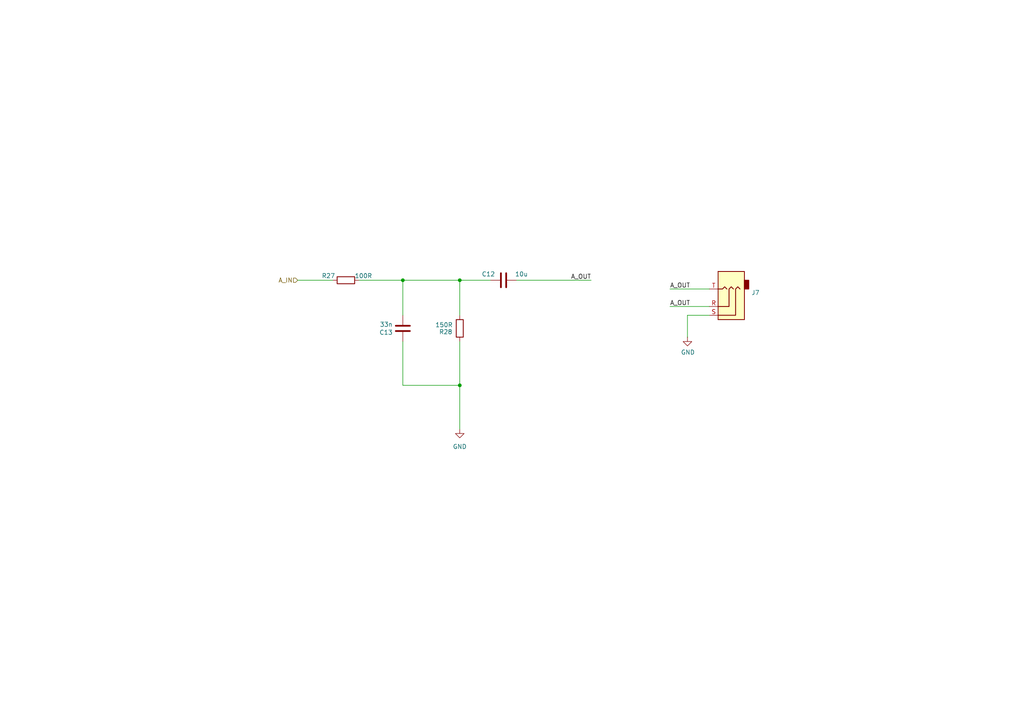
<source format=kicad_sch>
(kicad_sch (version 20250114) (generator "eeschema") (generator_version "9.0")
  (paper "A4")
  (title_block (title "${NAME}") (date "2025-04-30") (rev "${VERSION}") (company "Mikhail Matveev") (comment 1 "https://github.com/rh1tech/echo"))
  (lib_symbols
    (symbol "Device:C" (pin_numbers (hide yes)) (pin_names (offset 0.254))
      (property "Reference" "C" (at 0.635 2.54 0))
      (property "Value" "C" (at 0.635 -2.54 0))
      (symbol "C_0_1"
        (polyline (pts (xy -2.032 0.762) (xy 2.032 0.762)) (stroke (width 0.508)))
        (polyline (pts (xy -2.032 -0.762) (xy 2.032 -0.762)) (stroke (width 0.508)))
      )
      (symbol "C_1_1"
        (pin passive line (at 0 3.81 270) (length 2.794) (name "~") (number "1"))
        (pin passive line (at 0 -3.81 90) (length 2.794) (name "~") (number "2"))
      )
    )
    (symbol "Device:R" (pin_numbers (hide yes)) (pin_names (offset 0))
      (property "Reference" "R" (at 2.032 0 90))
      (property "Value" "R" (at 0 0 90))
      (symbol "R_0_1"
        (rectangle (start -1.016 -2.54) (end 1.016 2.54) (stroke (width 0.254)))
      )
      (symbol "R_1_1"
        (pin passive line (at 0 3.81 270) (length 1.27) (name "~") (number "1"))
        (pin passive line (at 0 -3.81 90) (length 1.27) (name "~") (number "2"))
      )
    )
    (symbol "FRANK:AudioJack_3.5mm"
      (property "Reference" "AJ2" (at -7.1119 -4.0097 0))
      (symbol "AudioJack_3.5mm_0_1"
        (rectangle (start -5.08 -5.08) (end -6.35 -7.62) (stroke (width 0.254)) (fill (type outline)))
        (polyline (pts (xy -1.905 -5.08) (xy -1.27 -5.715) (xy -0.635 -5.08) (xy -0.635 0) (xy 2.54 0)) (stroke (width 0.254)))
        (polyline (pts (xy 0 -5.08) (xy 0.635 -5.715) (xy 1.27 -5.08) (xy 2.54 -5.08)) (stroke (width 0.254)))
        (rectangle (start 2.54 3.81) (end -5.08 -10.16) (stroke (width 0.254)) (fill (type background)))
        (polyline (pts (xy 2.54 2.54) (xy -2.54 2.54) (xy -2.54 -5.08) (xy -3.175 -5.715) (xy -3.81 -5.08)) (stroke (width 0.254)))
      )
      (symbol "AudioJack_3.5mm_1_1"
        (pin passive line (at 5.08 2.54 180) (length 2.54) (name "~") (number "S"))
        (pin passive line (at 5.08 0 180) (length 2.54) (name "~") (number "R"))
        (pin passive line (at 5.08 -5.08 180) (length 2.54) (name "~") (number "T"))
      )
    )
    (symbol "GND_1" (power) (pin_numbers (hide yes)) (pin_names (offset 0) (hide yes))
      (property "Value" "GND" (at 0 -3.81 0))
      (symbol "GND_1_0_1"
        (polyline (pts (xy 0 0) (xy 0 -1.27) (xy 1.27 -1.27) (xy 0 -2.54) (xy -1.27 -1.27) (xy 0 -1.27)))
      )
      (symbol "GND_1_1_1"
        (pin power_in line (at 0 0 270) (length 0) (name "~") (number "1"))
      )
    )
    (symbol "power:GND" (power) (pin_numbers (hide yes)) (pin_names (offset 0) (hide yes))
      (property "Value" "GND" (at 0 -3.81 0))
      (symbol "GND_0_1"
        (polyline (pts (xy 0 0) (xy 0 -1.27) (xy 1.27 -1.27) (xy 0 -2.54) (xy -1.27 -1.27) (xy 0 -1.27)))
      )
      (symbol "GND_1_1"
        (pin power_in line (at 0 0 270) (length 0) (name "~") (number "1"))
      )
    )
  )
  (junction (at 133.35 81.28))
  (junction (at 116.84 81.28))
  (junction (at 133.35 111.76))
  (wire (pts (xy 194.31 88.9) (xy 205.74 88.9)))
  (wire (pts (xy 104.14 81.28) (xy 116.84 81.28)))
  (wire (pts (xy 116.84 81.28) (xy 133.35 81.28)))
  (wire (pts (xy 133.35 81.28) (xy 133.35 91.44)))
  (wire (pts (xy 133.35 111.76) (xy 133.35 124.46)))
  (wire (pts (xy 116.84 111.76) (xy 133.35 111.76)))
  (wire (pts (xy 133.35 81.28) (xy 142.24 81.28)))
  (wire (pts (xy 116.84 81.28) (xy 116.84 91.44)))
  (wire (pts (xy 86.36 81.28) (xy 96.52 81.28)))
  (wire (pts (xy 194.31 83.82) (xy 205.74 83.82)))
  (wire (pts (xy 205.74 91.44) (xy 199.39 91.44)))
  (wire (pts (xy 199.39 91.44) (xy 199.39 97.79)))
  (wire (pts (xy 116.84 99.06) (xy 116.84 111.76)))
  (wire (pts (xy 149.86 81.28) (xy 171.45 81.28)))
  (wire (pts (xy 133.35 111.76) (xy 133.35 99.06)))
  (label "A_OUT" (at 171.45 81.28 180))
  (label "A_OUT" (at 194.31 88.9 0))
  (label "A_OUT" (at 194.31 83.82 0))
  (hierarchical_label "A_IN" (shape input) (at 86.36 81.28 180))
  (symbol (lib_id "Device:R") (at 100.33 81.28 90) (unit 1)
    (property "Reference" "R27" (at 95.25 80.01 90))
    (property "Value" "100R" (at 105.41 80.01 90))
    (property "Footprint" "FRANK:Resistor (0805)" (effects (hide yes)))
    (property "Datasheet" "https://www.vishay.com/docs/28952/mcs0402at-mct0603at-mcu0805at-mca1206at.pdf" (effects (hide yes)))
    (property "AliExpress" "https://www.aliexpress.com/item/1005005945735199.html" (effects (hide yes)))
  )
  (symbol (lib_name "GND_1") (lib_id "power:GND") (at 199.39 97.79 0) (unit 1)
    (property "Reference" "#PWR050" (effects (hide yes)))
    (property "Value" "GND" (at 199.517 102.1842 0))
    (property "Description" "Power symbol creates a global label with name \"GND\" , ground" (effects (hide yes)))
  )
  (symbol (lib_id "FRANK:AudioJack_3.5mm") (at 210.82 88.9 180) (unit 1)
    (property "Reference" "J7" (at 217.9319 84.8903 0) (effects (justify right)))
    (property "Value" "PJ-320D" (effects (hide yes)))
    (property "Footprint" "FRANK:Jack (3.5mm, PJ-320D)" (effects (hide yes)))
    (property "Datasheet" "https://www.lcsc.com/datasheet/lcsc_datasheet_1810121716_Korean-Hroparts-Elec-PJ-320D-4A_C95562.pdf" (effects (hide yes)))
    (property "AliExpress" "https://www.aliexpress.com/item/4001158231104.html" (effects (hide yes)))
  )
  (symbol (lib_id "power:GND") (at 133.35 124.46 0) (unit 1)
    (property "Reference" "#PWR051" (effects (hide yes)))
    (property "Value" "GND" (at 133.35 129.54 0))
    (property "Description" "Power symbol creates a global label with name \"GND\" , ground" (effects (hide yes)))
  )
  (symbol (lib_id "Device:R") (at 133.35 95.25 180) (unit 1)
    (property "Reference" "R28" (at 129.286 96.266 0))
    (property "Value" "150R" (at 128.778 94.234 0))
    (property "Footprint" "FRANK:Resistor (0805)" (effects (hide yes)))
    (property "Datasheet" "https://www.vishay.com/docs/28952/mcs0402at-mct0603at-mcu0805at-mca1206at.pdf" (effects (hide yes)))
    (property "AliExpress" "https://www.aliexpress.com/item/1005005945735199.html" (effects (hide yes)))
  )
  (symbol (lib_id "Device:C") (at 146.05 81.28 270) (unit 1)
    (property "Reference" "C12" (at 139.7 79.502 90) (effects (justify left)))
    (property "Value" "10u" (at 149.352 79.502 90) (effects (justify left)))
    (property "Footprint" "FRANK:Capacitor (0805)" (effects (hide yes)))
    (property "Datasheet" "https://eu.mouser.com/datasheet/2/40/KGM_X7R-3223212.pdf" (effects (hide yes)))
    (property "AliExpress" "https://www.aliexpress.com/item/33008008276.html" (effects (hide yes)))
  )
  (symbol (lib_id "Device:C") (at 116.84 95.25 180) (unit 1)
    (property "Reference" "C13" (at 113.919 96.4184 0) (effects (justify left)))
    (property "Value" "33n" (at 113.919 94.107 0) (effects (justify left)))
    (property "Footprint" "FRANK:Capacitor (0805)" (effects (hide yes)))
    (property "Datasheet" "https://eu.mouser.com/datasheet/2/40/KGM_X7R-3223212.pdf" (effects (hide yes)))
    (property "AliExpress" "https://www.aliexpress.com/item/33008008276.html" (effects (hide yes)))
  )
)
</source>
